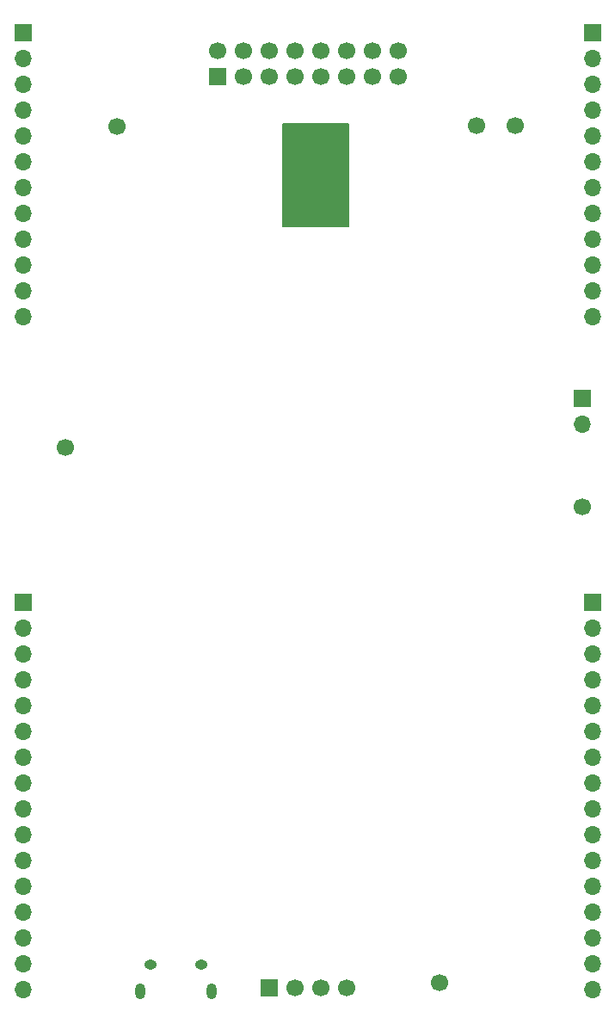
<source format=gbr>
%TF.GenerationSoftware,KiCad,Pcbnew,8.0.3*%
%TF.CreationDate,2024-06-18T16:11:43+01:00*%
%TF.ProjectId,Sinosaur_Components,53696e6f-7361-4757-925f-436f6d706f6e,rev?*%
%TF.SameCoordinates,Original*%
%TF.FileFunction,Soldermask,Bot*%
%TF.FilePolarity,Negative*%
%FSLAX46Y46*%
G04 Gerber Fmt 4.6, Leading zero omitted, Abs format (unit mm)*
G04 Created by KiCad (PCBNEW 8.0.3) date 2024-06-18 16:11:43*
%MOMM*%
%LPD*%
G01*
G04 APERTURE LIST*
%ADD10C,0.150000*%
%ADD11C,1.700000*%
%ADD12R,1.700000X1.700000*%
%ADD13O,1.700000X1.700000*%
%ADD14O,1.250000X0.950000*%
%ADD15O,1.000000X1.550000*%
G04 APERTURE END LIST*
D10*
X127600000Y-62000000D02*
X134000000Y-62000000D01*
X134000000Y-72000000D01*
X127600000Y-72000000D01*
X127600000Y-62000000D01*
G36*
X127600000Y-62000000D02*
G01*
X134000000Y-62000000D01*
X134000000Y-72000000D01*
X127600000Y-72000000D01*
X127600000Y-62000000D01*
G37*
D11*
%TO.C,TP4*%
X157000000Y-99600000D03*
%TD*%
%TO.C,TP5*%
X143000000Y-146500000D03*
%TD*%
%TO.C,TP2*%
X111200000Y-62200000D03*
%TD*%
%TO.C,TP3*%
X150400000Y-62100000D03*
%TD*%
D12*
%TO.C,J7*%
X157000000Y-89000000D03*
D13*
X157000000Y-91540000D03*
%TD*%
D12*
%TO.C,J6*%
X121125000Y-57270000D03*
D11*
X121125000Y-54730000D03*
X123665000Y-57270000D03*
X123665000Y-54730000D03*
X126205000Y-57270000D03*
X126205000Y-54730000D03*
X128745000Y-57270000D03*
X128745000Y-54730000D03*
X131285000Y-57270000D03*
X131285000Y-54730000D03*
X133825000Y-57270000D03*
X133825000Y-54730000D03*
X136365000Y-57270000D03*
X136365000Y-54730000D03*
X138905000Y-57270000D03*
X138905000Y-54730000D03*
%TD*%
%TO.C,TP1*%
X146600000Y-62100000D03*
%TD*%
D14*
%TO.C,J8*%
X114500000Y-144650000D03*
X119500000Y-144650000D03*
D15*
X120500000Y-147350000D03*
X113500000Y-147350000D03*
%TD*%
D12*
%TO.C,J5*%
X126190000Y-147000000D03*
D11*
X128730000Y-147000000D03*
X131270000Y-147000000D03*
X133810000Y-147000000D03*
%TD*%
%TO.C,TP6*%
X106100000Y-93800000D03*
%TD*%
D12*
%TO.C,J1*%
X102000000Y-53000000D03*
D13*
X102000000Y-55540000D03*
X102000000Y-58080000D03*
X102000000Y-60620000D03*
X102000000Y-63160000D03*
X102000000Y-65700000D03*
X102000000Y-68240000D03*
X102000000Y-70780000D03*
X102000000Y-73320000D03*
X102000000Y-75860000D03*
X102000000Y-78400000D03*
X102000000Y-80940000D03*
%TD*%
D12*
%TO.C,J4*%
X158000000Y-109000000D03*
D13*
X158000000Y-111540000D03*
X158000000Y-114080000D03*
X158000000Y-116620000D03*
X158000000Y-119160000D03*
X158000000Y-121700000D03*
X158000000Y-124240000D03*
X158000000Y-126780000D03*
X158000000Y-129320000D03*
X158000000Y-131860000D03*
X158000000Y-134400000D03*
X158000000Y-136940000D03*
X158000000Y-139480000D03*
X158000000Y-142020000D03*
X158000000Y-144560000D03*
X158000000Y-147100000D03*
%TD*%
D12*
%TO.C,J2*%
X158000000Y-53000000D03*
D13*
X158000000Y-55540000D03*
X158000000Y-58080000D03*
X158000000Y-60620000D03*
X158000000Y-63160000D03*
X158000000Y-65700000D03*
X158000000Y-68240000D03*
X158000000Y-70780000D03*
X158000000Y-73320000D03*
X158000000Y-75860000D03*
X158000000Y-78400000D03*
X158000000Y-80940000D03*
%TD*%
D12*
%TO.C,J3*%
X102000000Y-109000000D03*
D13*
X102000000Y-111540000D03*
X102000000Y-114080000D03*
X102000000Y-116620000D03*
X102000000Y-119160000D03*
X102000000Y-121700000D03*
X102000000Y-124240000D03*
X102000000Y-126780000D03*
X102000000Y-129320000D03*
X102000000Y-131860000D03*
X102000000Y-134400000D03*
X102000000Y-136940000D03*
X102000000Y-139480000D03*
X102000000Y-142020000D03*
X102000000Y-144560000D03*
X102000000Y-147100000D03*
%TD*%
M02*

</source>
